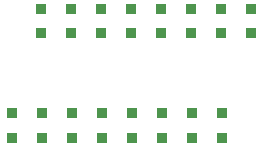
<source format=gtp>
G04 (created by PCBNEW (2013-07-03 BZR 4236)-testing) date Thu 04 Jul 2013 10:30:45 AM CEST*
%MOIN*%
G04 Gerber Fmt 3.4, Leading zero omitted, Abs format*
%FSLAX34Y34*%
G01*
G70*
G90*
G04 APERTURE LIST*
%ADD10C,0.005906*%
%ADD11R,0.037760X0.037760*%
G04 APERTURE END LIST*
G54D10*
G54D11*
X39970Y-31813D03*
X39970Y-30987D03*
X33970Y-31813D03*
X33970Y-30987D03*
X38970Y-31813D03*
X38970Y-30987D03*
X37970Y-31813D03*
X37970Y-30987D03*
X36970Y-31813D03*
X36970Y-30987D03*
X35970Y-31813D03*
X35970Y-30987D03*
X34970Y-31813D03*
X34970Y-30987D03*
X32970Y-31813D03*
X32970Y-30987D03*
X32000Y-35293D03*
X32000Y-34467D03*
X38000Y-35293D03*
X38000Y-34467D03*
X33000Y-35293D03*
X33000Y-34467D03*
X34000Y-35293D03*
X34000Y-34467D03*
X35000Y-35293D03*
X35000Y-34467D03*
X36000Y-35293D03*
X36000Y-34467D03*
X37000Y-35293D03*
X37000Y-34467D03*
X39000Y-35293D03*
X39000Y-34467D03*
M02*

</source>
